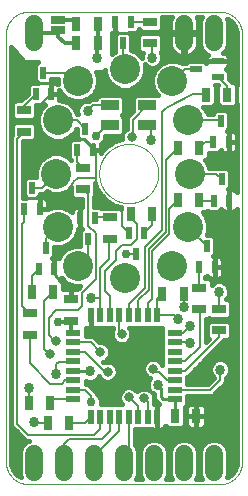
<source format=gtl>
G75*
%MOIN*%
%OFA0B0*%
%FSLAX25Y25*%
%IPPOS*%
%LPD*%
%AMOC8*
5,1,8,0,0,1.08239X$1,22.5*
%
%ADD10C,0.00000*%
%ADD11R,0.05000X0.02200*%
%ADD12R,0.02200X0.05000*%
%ADD13C,0.06000*%
%ADD14R,0.01969X0.03937*%
%ADD15R,0.04724X0.03150*%
%ADD16R,0.03150X0.04724*%
%ADD17R,0.03937X0.01969*%
%ADD18R,0.05906X0.03543*%
%ADD19C,0.10000*%
%ADD20R,0.05000X0.02500*%
%ADD21C,0.01200*%
%ADD22C,0.03369*%
%ADD23C,0.01600*%
%ADD24C,0.01000*%
%ADD25C,0.00800*%
%ADD26C,0.00600*%
%ADD27C,0.02975*%
%ADD28C,0.03172*%
D10*
X0001800Y0009513D02*
X0001800Y0151994D01*
X0001802Y0152175D01*
X0001809Y0152356D01*
X0001820Y0152537D01*
X0001835Y0152718D01*
X0001855Y0152898D01*
X0001879Y0153078D01*
X0001907Y0153257D01*
X0001940Y0153435D01*
X0001977Y0153612D01*
X0002018Y0153789D01*
X0002063Y0153964D01*
X0002113Y0154139D01*
X0002167Y0154312D01*
X0002225Y0154483D01*
X0002287Y0154654D01*
X0002354Y0154822D01*
X0002424Y0154989D01*
X0002498Y0155155D01*
X0002577Y0155318D01*
X0002659Y0155479D01*
X0002745Y0155639D01*
X0002835Y0155796D01*
X0002929Y0155951D01*
X0003026Y0156104D01*
X0003128Y0156254D01*
X0003232Y0156402D01*
X0003341Y0156548D01*
X0003452Y0156690D01*
X0003568Y0156830D01*
X0003686Y0156967D01*
X0003808Y0157102D01*
X0003933Y0157233D01*
X0004061Y0157361D01*
X0004192Y0157486D01*
X0004327Y0157608D01*
X0004464Y0157726D01*
X0004604Y0157842D01*
X0004746Y0157953D01*
X0004892Y0158062D01*
X0005040Y0158166D01*
X0005190Y0158268D01*
X0005343Y0158365D01*
X0005498Y0158459D01*
X0005655Y0158549D01*
X0005815Y0158635D01*
X0005976Y0158717D01*
X0006139Y0158796D01*
X0006305Y0158870D01*
X0006472Y0158940D01*
X0006640Y0159007D01*
X0006811Y0159069D01*
X0006982Y0159127D01*
X0007155Y0159181D01*
X0007330Y0159231D01*
X0007505Y0159276D01*
X0007682Y0159317D01*
X0007859Y0159354D01*
X0008037Y0159387D01*
X0008216Y0159415D01*
X0008396Y0159439D01*
X0008576Y0159459D01*
X0008757Y0159474D01*
X0008938Y0159485D01*
X0009119Y0159492D01*
X0009300Y0159494D01*
X0073040Y0159494D01*
X0073221Y0159492D01*
X0073402Y0159485D01*
X0073583Y0159474D01*
X0073764Y0159459D01*
X0073944Y0159439D01*
X0074124Y0159415D01*
X0074303Y0159387D01*
X0074481Y0159354D01*
X0074658Y0159317D01*
X0074835Y0159276D01*
X0075010Y0159231D01*
X0075185Y0159181D01*
X0075358Y0159127D01*
X0075529Y0159069D01*
X0075700Y0159007D01*
X0075868Y0158940D01*
X0076035Y0158870D01*
X0076201Y0158796D01*
X0076364Y0158717D01*
X0076525Y0158635D01*
X0076685Y0158549D01*
X0076842Y0158459D01*
X0076997Y0158365D01*
X0077150Y0158268D01*
X0077300Y0158166D01*
X0077448Y0158062D01*
X0077594Y0157953D01*
X0077736Y0157842D01*
X0077876Y0157726D01*
X0078013Y0157608D01*
X0078148Y0157486D01*
X0078279Y0157361D01*
X0078407Y0157233D01*
X0078532Y0157102D01*
X0078654Y0156967D01*
X0078772Y0156830D01*
X0078888Y0156690D01*
X0078999Y0156548D01*
X0079108Y0156402D01*
X0079212Y0156254D01*
X0079314Y0156104D01*
X0079411Y0155951D01*
X0079505Y0155796D01*
X0079595Y0155639D01*
X0079681Y0155479D01*
X0079763Y0155318D01*
X0079842Y0155155D01*
X0079916Y0154989D01*
X0079986Y0154822D01*
X0080053Y0154654D01*
X0080115Y0154483D01*
X0080173Y0154312D01*
X0080227Y0154139D01*
X0080277Y0153964D01*
X0080322Y0153789D01*
X0080363Y0153612D01*
X0080400Y0153435D01*
X0080433Y0153257D01*
X0080461Y0153078D01*
X0080485Y0152898D01*
X0080505Y0152718D01*
X0080520Y0152537D01*
X0080531Y0152356D01*
X0080538Y0152175D01*
X0080540Y0151994D01*
X0080540Y0009513D01*
X0080538Y0009332D01*
X0080531Y0009151D01*
X0080520Y0008970D01*
X0080505Y0008789D01*
X0080485Y0008609D01*
X0080461Y0008429D01*
X0080433Y0008250D01*
X0080400Y0008072D01*
X0080363Y0007895D01*
X0080322Y0007718D01*
X0080277Y0007543D01*
X0080227Y0007368D01*
X0080173Y0007195D01*
X0080115Y0007024D01*
X0080053Y0006853D01*
X0079986Y0006685D01*
X0079916Y0006518D01*
X0079842Y0006352D01*
X0079763Y0006189D01*
X0079681Y0006028D01*
X0079595Y0005868D01*
X0079505Y0005711D01*
X0079411Y0005556D01*
X0079314Y0005403D01*
X0079212Y0005253D01*
X0079108Y0005105D01*
X0078999Y0004959D01*
X0078888Y0004817D01*
X0078772Y0004677D01*
X0078654Y0004540D01*
X0078532Y0004405D01*
X0078407Y0004274D01*
X0078279Y0004146D01*
X0078148Y0004021D01*
X0078013Y0003899D01*
X0077876Y0003781D01*
X0077736Y0003665D01*
X0077594Y0003554D01*
X0077448Y0003445D01*
X0077300Y0003341D01*
X0077150Y0003239D01*
X0076997Y0003142D01*
X0076842Y0003048D01*
X0076685Y0002958D01*
X0076525Y0002872D01*
X0076364Y0002790D01*
X0076201Y0002711D01*
X0076035Y0002637D01*
X0075868Y0002567D01*
X0075700Y0002500D01*
X0075529Y0002438D01*
X0075358Y0002380D01*
X0075185Y0002326D01*
X0075010Y0002276D01*
X0074835Y0002231D01*
X0074658Y0002190D01*
X0074481Y0002153D01*
X0074303Y0002120D01*
X0074124Y0002092D01*
X0073944Y0002068D01*
X0073764Y0002048D01*
X0073583Y0002033D01*
X0073402Y0002022D01*
X0073221Y0002015D01*
X0073040Y0002013D01*
X0009300Y0002013D01*
X0009119Y0002015D01*
X0008938Y0002022D01*
X0008757Y0002033D01*
X0008576Y0002048D01*
X0008396Y0002068D01*
X0008216Y0002092D01*
X0008037Y0002120D01*
X0007859Y0002153D01*
X0007682Y0002190D01*
X0007505Y0002231D01*
X0007330Y0002276D01*
X0007155Y0002326D01*
X0006982Y0002380D01*
X0006811Y0002438D01*
X0006640Y0002500D01*
X0006472Y0002567D01*
X0006305Y0002637D01*
X0006139Y0002711D01*
X0005976Y0002790D01*
X0005815Y0002872D01*
X0005655Y0002958D01*
X0005498Y0003048D01*
X0005343Y0003142D01*
X0005190Y0003239D01*
X0005040Y0003341D01*
X0004892Y0003445D01*
X0004746Y0003554D01*
X0004604Y0003665D01*
X0004464Y0003781D01*
X0004327Y0003899D01*
X0004192Y0004021D01*
X0004061Y0004146D01*
X0003933Y0004274D01*
X0003808Y0004405D01*
X0003686Y0004540D01*
X0003568Y0004677D01*
X0003452Y0004817D01*
X0003341Y0004959D01*
X0003232Y0005105D01*
X0003128Y0005253D01*
X0003026Y0005403D01*
X0002929Y0005556D01*
X0002835Y0005711D01*
X0002745Y0005868D01*
X0002659Y0006028D01*
X0002577Y0006189D01*
X0002498Y0006352D01*
X0002424Y0006518D01*
X0002354Y0006685D01*
X0002287Y0006853D01*
X0002225Y0007024D01*
X0002167Y0007195D01*
X0002113Y0007368D01*
X0002063Y0007543D01*
X0002018Y0007718D01*
X0001977Y0007895D01*
X0001940Y0008072D01*
X0001907Y0008250D01*
X0001879Y0008429D01*
X0001855Y0008609D01*
X0001835Y0008789D01*
X0001820Y0008970D01*
X0001809Y0009151D01*
X0001802Y0009332D01*
X0001800Y0009513D01*
X0032902Y0105557D02*
X0032905Y0105799D01*
X0032914Y0106040D01*
X0032929Y0106281D01*
X0032949Y0106522D01*
X0032976Y0106762D01*
X0033009Y0107001D01*
X0033047Y0107240D01*
X0033091Y0107477D01*
X0033141Y0107714D01*
X0033197Y0107949D01*
X0033259Y0108182D01*
X0033326Y0108414D01*
X0033399Y0108645D01*
X0033477Y0108873D01*
X0033562Y0109099D01*
X0033651Y0109324D01*
X0033746Y0109546D01*
X0033847Y0109765D01*
X0033953Y0109983D01*
X0034064Y0110197D01*
X0034181Y0110409D01*
X0034302Y0110617D01*
X0034429Y0110823D01*
X0034561Y0111025D01*
X0034698Y0111225D01*
X0034839Y0111420D01*
X0034985Y0111613D01*
X0035136Y0111801D01*
X0035292Y0111986D01*
X0035452Y0112167D01*
X0035616Y0112344D01*
X0035785Y0112517D01*
X0035958Y0112686D01*
X0036135Y0112850D01*
X0036316Y0113010D01*
X0036501Y0113166D01*
X0036689Y0113317D01*
X0036882Y0113463D01*
X0037077Y0113604D01*
X0037277Y0113741D01*
X0037479Y0113873D01*
X0037685Y0114000D01*
X0037893Y0114121D01*
X0038105Y0114238D01*
X0038319Y0114349D01*
X0038537Y0114455D01*
X0038756Y0114556D01*
X0038978Y0114651D01*
X0039203Y0114740D01*
X0039429Y0114825D01*
X0039657Y0114903D01*
X0039888Y0114976D01*
X0040120Y0115043D01*
X0040353Y0115105D01*
X0040588Y0115161D01*
X0040825Y0115211D01*
X0041062Y0115255D01*
X0041301Y0115293D01*
X0041540Y0115326D01*
X0041780Y0115353D01*
X0042021Y0115373D01*
X0042262Y0115388D01*
X0042503Y0115397D01*
X0042745Y0115400D01*
X0042987Y0115397D01*
X0043228Y0115388D01*
X0043469Y0115373D01*
X0043710Y0115353D01*
X0043950Y0115326D01*
X0044189Y0115293D01*
X0044428Y0115255D01*
X0044665Y0115211D01*
X0044902Y0115161D01*
X0045137Y0115105D01*
X0045370Y0115043D01*
X0045602Y0114976D01*
X0045833Y0114903D01*
X0046061Y0114825D01*
X0046287Y0114740D01*
X0046512Y0114651D01*
X0046734Y0114556D01*
X0046953Y0114455D01*
X0047171Y0114349D01*
X0047385Y0114238D01*
X0047597Y0114121D01*
X0047805Y0114000D01*
X0048011Y0113873D01*
X0048213Y0113741D01*
X0048413Y0113604D01*
X0048608Y0113463D01*
X0048801Y0113317D01*
X0048989Y0113166D01*
X0049174Y0113010D01*
X0049355Y0112850D01*
X0049532Y0112686D01*
X0049705Y0112517D01*
X0049874Y0112344D01*
X0050038Y0112167D01*
X0050198Y0111986D01*
X0050354Y0111801D01*
X0050505Y0111613D01*
X0050651Y0111420D01*
X0050792Y0111225D01*
X0050929Y0111025D01*
X0051061Y0110823D01*
X0051188Y0110617D01*
X0051309Y0110409D01*
X0051426Y0110197D01*
X0051537Y0109983D01*
X0051643Y0109765D01*
X0051744Y0109546D01*
X0051839Y0109324D01*
X0051928Y0109099D01*
X0052013Y0108873D01*
X0052091Y0108645D01*
X0052164Y0108414D01*
X0052231Y0108182D01*
X0052293Y0107949D01*
X0052349Y0107714D01*
X0052399Y0107477D01*
X0052443Y0107240D01*
X0052481Y0107001D01*
X0052514Y0106762D01*
X0052541Y0106522D01*
X0052561Y0106281D01*
X0052576Y0106040D01*
X0052585Y0105799D01*
X0052588Y0105557D01*
X0052585Y0105315D01*
X0052576Y0105074D01*
X0052561Y0104833D01*
X0052541Y0104592D01*
X0052514Y0104352D01*
X0052481Y0104113D01*
X0052443Y0103874D01*
X0052399Y0103637D01*
X0052349Y0103400D01*
X0052293Y0103165D01*
X0052231Y0102932D01*
X0052164Y0102700D01*
X0052091Y0102469D01*
X0052013Y0102241D01*
X0051928Y0102015D01*
X0051839Y0101790D01*
X0051744Y0101568D01*
X0051643Y0101349D01*
X0051537Y0101131D01*
X0051426Y0100917D01*
X0051309Y0100705D01*
X0051188Y0100497D01*
X0051061Y0100291D01*
X0050929Y0100089D01*
X0050792Y0099889D01*
X0050651Y0099694D01*
X0050505Y0099501D01*
X0050354Y0099313D01*
X0050198Y0099128D01*
X0050038Y0098947D01*
X0049874Y0098770D01*
X0049705Y0098597D01*
X0049532Y0098428D01*
X0049355Y0098264D01*
X0049174Y0098104D01*
X0048989Y0097948D01*
X0048801Y0097797D01*
X0048608Y0097651D01*
X0048413Y0097510D01*
X0048213Y0097373D01*
X0048011Y0097241D01*
X0047805Y0097114D01*
X0047597Y0096993D01*
X0047385Y0096876D01*
X0047171Y0096765D01*
X0046953Y0096659D01*
X0046734Y0096558D01*
X0046512Y0096463D01*
X0046287Y0096374D01*
X0046061Y0096289D01*
X0045833Y0096211D01*
X0045602Y0096138D01*
X0045370Y0096071D01*
X0045137Y0096009D01*
X0044902Y0095953D01*
X0044665Y0095903D01*
X0044428Y0095859D01*
X0044189Y0095821D01*
X0043950Y0095788D01*
X0043710Y0095761D01*
X0043469Y0095741D01*
X0043228Y0095726D01*
X0042987Y0095717D01*
X0042745Y0095714D01*
X0042503Y0095717D01*
X0042262Y0095726D01*
X0042021Y0095741D01*
X0041780Y0095761D01*
X0041540Y0095788D01*
X0041301Y0095821D01*
X0041062Y0095859D01*
X0040825Y0095903D01*
X0040588Y0095953D01*
X0040353Y0096009D01*
X0040120Y0096071D01*
X0039888Y0096138D01*
X0039657Y0096211D01*
X0039429Y0096289D01*
X0039203Y0096374D01*
X0038978Y0096463D01*
X0038756Y0096558D01*
X0038537Y0096659D01*
X0038319Y0096765D01*
X0038105Y0096876D01*
X0037893Y0096993D01*
X0037685Y0097114D01*
X0037479Y0097241D01*
X0037277Y0097373D01*
X0037077Y0097510D01*
X0036882Y0097651D01*
X0036689Y0097797D01*
X0036501Y0097948D01*
X0036316Y0098104D01*
X0036135Y0098264D01*
X0035958Y0098428D01*
X0035785Y0098597D01*
X0035616Y0098770D01*
X0035452Y0098947D01*
X0035292Y0099128D01*
X0035136Y0099313D01*
X0034985Y0099501D01*
X0034839Y0099694D01*
X0034698Y0099889D01*
X0034561Y0100089D01*
X0034429Y0100291D01*
X0034302Y0100497D01*
X0034181Y0100705D01*
X0034064Y0100917D01*
X0033953Y0101131D01*
X0033847Y0101349D01*
X0033746Y0101568D01*
X0033651Y0101790D01*
X0033562Y0102015D01*
X0033477Y0102241D01*
X0033399Y0102469D01*
X0033326Y0102700D01*
X0033259Y0102932D01*
X0033197Y0103165D01*
X0033141Y0103400D01*
X0033091Y0103637D01*
X0033047Y0103874D01*
X0033009Y0104113D01*
X0032976Y0104352D01*
X0032949Y0104592D01*
X0032929Y0104833D01*
X0032914Y0105074D01*
X0032905Y0105315D01*
X0032902Y0105557D01*
D11*
X0024270Y0052407D03*
X0024270Y0049257D03*
X0024270Y0046108D03*
X0024270Y0042958D03*
X0024270Y0039809D03*
X0024270Y0036659D03*
X0024270Y0033509D03*
X0024270Y0030360D03*
X0058070Y0030360D03*
X0058070Y0033509D03*
X0058070Y0036659D03*
X0058070Y0039809D03*
X0058070Y0042958D03*
X0058070Y0046108D03*
X0058070Y0049257D03*
X0058070Y0052407D03*
D12*
X0052194Y0058283D03*
X0049044Y0058283D03*
X0045894Y0058283D03*
X0042745Y0058283D03*
X0039595Y0058283D03*
X0036446Y0058283D03*
X0033296Y0058283D03*
X0030146Y0058283D03*
X0030146Y0024483D03*
X0033296Y0024483D03*
X0036446Y0024483D03*
X0039595Y0024483D03*
X0042745Y0024483D03*
X0045894Y0024483D03*
X0049044Y0024483D03*
X0052194Y0024483D03*
D13*
X0051170Y0012100D02*
X0051170Y0006100D01*
X0041170Y0006100D02*
X0041170Y0012100D01*
X0031170Y0012100D02*
X0031170Y0006100D01*
X0021170Y0006100D02*
X0021170Y0012100D01*
X0011170Y0012100D02*
X0011170Y0006100D01*
X0061170Y0006100D02*
X0061170Y0012100D01*
X0071170Y0012100D02*
X0071170Y0006100D01*
X0071170Y0149407D02*
X0071170Y0155407D01*
X0061170Y0155407D02*
X0061170Y0149407D01*
X0011170Y0149407D02*
X0011170Y0155407D01*
D14*
X0014300Y0139057D03*
X0011741Y0131970D03*
X0016859Y0131970D03*
X0025556Y0113470D03*
X0028115Y0120557D03*
X0030674Y0113470D03*
X0031643Y0090754D03*
X0029083Y0083667D03*
X0026524Y0090754D03*
X0017833Y0073653D03*
X0015274Y0080739D03*
X0012715Y0073653D03*
X0013086Y0093813D03*
X0010527Y0100899D03*
X0007968Y0093813D03*
X0038241Y0156057D03*
X0040800Y0148970D03*
X0043359Y0156057D03*
X0070914Y0116072D03*
X0073473Y0123159D03*
X0076032Y0116072D03*
X0073666Y0103639D03*
X0071107Y0096553D03*
X0076225Y0096553D03*
X0068824Y0081360D03*
X0071383Y0074273D03*
X0066265Y0074273D03*
X0047859Y0085757D03*
X0045300Y0078670D03*
X0042741Y0085757D03*
D15*
X0036517Y0083862D03*
X0036517Y0090949D03*
X0027558Y0100274D03*
X0027558Y0107361D03*
X0007922Y0119557D03*
X0007922Y0126643D03*
X0023500Y0063657D03*
X0023500Y0056570D03*
X0009774Y0058919D03*
X0009774Y0051832D03*
X0049918Y0149057D03*
X0049918Y0156143D03*
X0066292Y0067433D03*
X0066292Y0060346D03*
X0072800Y0060357D03*
X0072800Y0053270D03*
D16*
X0061043Y0065513D03*
X0053957Y0065513D03*
X0050543Y0092013D03*
X0043457Y0092013D03*
X0059060Y0096647D03*
X0066146Y0096647D03*
X0066206Y0114147D03*
X0059119Y0114147D03*
X0068501Y0131872D03*
X0075587Y0131872D03*
X0032343Y0149013D03*
X0032343Y0155513D03*
X0025257Y0155513D03*
X0025257Y0149013D03*
X0017440Y0066187D03*
X0010354Y0066187D03*
X0009457Y0029113D03*
X0015857Y0022513D03*
X0016543Y0029113D03*
X0022943Y0022513D03*
X0058157Y0024713D03*
X0065243Y0024713D03*
D17*
X0072343Y0137899D03*
X0072343Y0143017D03*
X0065257Y0140458D03*
D18*
X0048847Y0128285D03*
X0048847Y0121592D03*
X0036643Y0121592D03*
X0036643Y0128285D03*
D19*
X0041495Y0140271D03*
X0057243Y0136334D03*
X0062617Y0123273D03*
X0063117Y0105557D03*
X0062617Y0087840D03*
X0057243Y0074779D03*
X0041495Y0070842D03*
X0025747Y0074779D03*
X0019123Y0087840D03*
X0018623Y0105557D03*
X0019123Y0123273D03*
X0025747Y0136334D03*
D20*
X0019300Y0153413D03*
X0019300Y0156613D03*
D21*
X0024157Y0156613D01*
X0025257Y0155513D01*
X0025257Y0149013D02*
X0021400Y0149013D01*
X0019300Y0151113D01*
X0019300Y0153413D01*
X0018294Y0152407D01*
X0011170Y0152407D01*
X0032200Y0149013D02*
X0032200Y0144013D01*
X0032200Y0149013D02*
X0032343Y0149013D01*
X0032343Y0155513D01*
X0072343Y0143017D02*
X0078800Y0143017D01*
X0078800Y0116013D01*
X0076032Y0116013D01*
X0076032Y0116072D01*
X0023500Y0053177D02*
X0024270Y0052407D01*
X0023500Y0053177D02*
X0023500Y0056570D01*
X0023143Y0056213D01*
X0019000Y0056213D01*
D22*
X0018600Y0038713D03*
X0011000Y0022613D03*
X0009600Y0034013D03*
X0029800Y0039613D03*
X0030200Y0064013D03*
X0046600Y0052613D03*
X0052400Y0035213D03*
X0063200Y0049213D03*
X0063200Y0054613D03*
X0061000Y0061213D03*
X0059000Y0057213D03*
X0072800Y0066213D03*
X0073200Y0040213D03*
X0050000Y0116613D03*
X0050600Y0144213D03*
X0032200Y0144013D03*
X0029000Y0126413D03*
D23*
X0004132Y0006880D02*
X0005199Y0005412D01*
X0006667Y0004346D01*
X0006832Y0004292D01*
X0006470Y0005165D01*
X0006470Y0013035D01*
X0007186Y0014762D01*
X0008508Y0016084D01*
X0009543Y0016513D01*
X0008472Y0016513D01*
X0004772Y0020213D01*
X0003600Y0021385D01*
X0003600Y0118063D01*
X0003860Y0118323D01*
X0003860Y0121836D01*
X0004856Y0122831D01*
X0010988Y0122831D01*
X0011984Y0121836D01*
X0011984Y0117278D01*
X0010988Y0116282D01*
X0007600Y0116282D01*
X0007600Y0097481D01*
X0008588Y0097481D01*
X0007843Y0098227D01*
X0007843Y0103572D01*
X0008838Y0104568D01*
X0011923Y0104568D01*
X0011923Y0106889D01*
X0012943Y0109352D01*
X0014828Y0111237D01*
X0017290Y0112257D01*
X0019956Y0112257D01*
X0022418Y0111237D01*
X0023556Y0110099D01*
X0023556Y0110113D01*
X0022872Y0110797D01*
X0022872Y0116143D01*
X0023867Y0117139D01*
X0026176Y0117139D01*
X0025431Y0117884D01*
X0025431Y0120271D01*
X0025219Y0120483D01*
X0024803Y0119478D01*
X0022918Y0117593D01*
X0020456Y0116573D01*
X0017790Y0116573D01*
X0015328Y0117593D01*
X0013443Y0119478D01*
X0012423Y0121941D01*
X0012423Y0124606D01*
X0013443Y0127068D01*
X0014875Y0128500D01*
X0014770Y0128561D01*
X0014434Y0128896D01*
X0014284Y0129156D01*
X0013429Y0128302D01*
X0011984Y0128302D01*
X0011984Y0124364D01*
X0010988Y0123369D01*
X0004856Y0123369D01*
X0003860Y0124364D01*
X0003860Y0128922D01*
X0004856Y0129918D01*
X0006861Y0129918D01*
X0009057Y0132114D01*
X0009057Y0134643D01*
X0010053Y0135639D01*
X0012361Y0135639D01*
X0011616Y0136384D01*
X0011616Y0141729D01*
X0012500Y0142613D01*
X0009780Y0142613D01*
X0009744Y0142581D01*
X0008958Y0142613D01*
X0008172Y0142613D01*
X0008137Y0142648D01*
X0008089Y0142650D01*
X0007556Y0143229D01*
X0007000Y0143785D01*
X0007000Y0143833D01*
X0003500Y0147638D01*
X0003500Y0009513D01*
X0003571Y0008606D01*
X0004132Y0006880D01*
X0004184Y0006809D02*
X0006470Y0006809D01*
X0006470Y0008407D02*
X0003636Y0008407D01*
X0003500Y0010006D02*
X0006470Y0010006D01*
X0006470Y0011604D02*
X0003500Y0011604D01*
X0003500Y0013203D02*
X0006540Y0013203D01*
X0007225Y0014801D02*
X0003500Y0014801D01*
X0003500Y0016400D02*
X0009270Y0016400D01*
X0006986Y0017998D02*
X0003500Y0017998D01*
X0003500Y0019597D02*
X0005388Y0019597D01*
X0003789Y0021196D02*
X0003500Y0021196D01*
X0003500Y0022794D02*
X0003600Y0022794D01*
X0003600Y0024393D02*
X0003500Y0024393D01*
X0003500Y0025991D02*
X0003600Y0025991D01*
X0003600Y0027590D02*
X0003500Y0027590D01*
X0003500Y0029188D02*
X0003600Y0029188D01*
X0003600Y0030787D02*
X0003500Y0030787D01*
X0003500Y0032385D02*
X0003600Y0032385D01*
X0003600Y0033984D02*
X0003500Y0033984D01*
X0003500Y0035582D02*
X0003600Y0035582D01*
X0003600Y0037181D02*
X0003500Y0037181D01*
X0003500Y0038779D02*
X0003600Y0038779D01*
X0003600Y0040378D02*
X0003500Y0040378D01*
X0003500Y0041976D02*
X0003600Y0041976D01*
X0003600Y0043575D02*
X0003500Y0043575D01*
X0003500Y0045173D02*
X0003600Y0045173D01*
X0003600Y0046772D02*
X0003500Y0046772D01*
X0003500Y0048370D02*
X0003600Y0048370D01*
X0003600Y0049969D02*
X0003500Y0049969D01*
X0003500Y0051567D02*
X0003600Y0051567D01*
X0003600Y0053166D02*
X0003500Y0053166D01*
X0003500Y0054764D02*
X0003600Y0054764D01*
X0003600Y0056363D02*
X0003500Y0056363D01*
X0003500Y0057961D02*
X0003600Y0057961D01*
X0003600Y0059560D02*
X0003500Y0059560D01*
X0003500Y0061158D02*
X0003600Y0061158D01*
X0003600Y0062757D02*
X0003500Y0062757D01*
X0003500Y0064355D02*
X0003600Y0064355D01*
X0003600Y0065954D02*
X0003500Y0065954D01*
X0003500Y0067552D02*
X0003600Y0067552D01*
X0003600Y0069151D02*
X0003500Y0069151D01*
X0003500Y0070749D02*
X0003600Y0070749D01*
X0003600Y0072348D02*
X0003500Y0072348D01*
X0003500Y0073946D02*
X0003600Y0073946D01*
X0003600Y0075545D02*
X0003500Y0075545D01*
X0003500Y0077143D02*
X0003600Y0077143D01*
X0003600Y0078742D02*
X0003500Y0078742D01*
X0003500Y0080340D02*
X0003600Y0080340D01*
X0003600Y0081939D02*
X0003500Y0081939D01*
X0003500Y0083537D02*
X0003600Y0083537D01*
X0003600Y0085136D02*
X0003500Y0085136D01*
X0003500Y0086734D02*
X0003600Y0086734D01*
X0003600Y0088333D02*
X0003500Y0088333D01*
X0003500Y0089932D02*
X0003600Y0089932D01*
X0003600Y0091530D02*
X0003500Y0091530D01*
X0003500Y0093129D02*
X0003600Y0093129D01*
X0003600Y0094727D02*
X0003500Y0094727D01*
X0003500Y0096326D02*
X0003600Y0096326D01*
X0003600Y0097924D02*
X0003500Y0097924D01*
X0003500Y0099523D02*
X0003600Y0099523D01*
X0003600Y0101121D02*
X0003500Y0101121D01*
X0003500Y0102720D02*
X0003600Y0102720D01*
X0003600Y0104318D02*
X0003500Y0104318D01*
X0003500Y0105917D02*
X0003600Y0105917D01*
X0003600Y0107515D02*
X0003500Y0107515D01*
X0003500Y0109114D02*
X0003600Y0109114D01*
X0003600Y0110712D02*
X0003500Y0110712D01*
X0003500Y0112311D02*
X0003600Y0112311D01*
X0003600Y0113909D02*
X0003500Y0113909D01*
X0003500Y0115508D02*
X0003600Y0115508D01*
X0003600Y0117106D02*
X0003500Y0117106D01*
X0003500Y0118705D02*
X0003860Y0118705D01*
X0003860Y0120303D02*
X0003500Y0120303D01*
X0003500Y0121902D02*
X0003926Y0121902D01*
X0003500Y0123500D02*
X0004724Y0123500D01*
X0003860Y0125099D02*
X0003500Y0125099D01*
X0003500Y0126697D02*
X0003860Y0126697D01*
X0003860Y0128296D02*
X0003500Y0128296D01*
X0003500Y0129894D02*
X0004832Y0129894D01*
X0003500Y0131493D02*
X0008435Y0131493D01*
X0009057Y0133091D02*
X0003500Y0133091D01*
X0003500Y0134690D02*
X0009104Y0134690D01*
X0011711Y0136288D02*
X0003500Y0136288D01*
X0003500Y0137887D02*
X0011616Y0137887D01*
X0011616Y0139485D02*
X0003500Y0139485D01*
X0003500Y0141084D02*
X0011616Y0141084D01*
X0008059Y0142682D02*
X0003500Y0142682D01*
X0003500Y0144281D02*
X0006588Y0144281D01*
X0005118Y0145879D02*
X0003500Y0145879D01*
X0003500Y0147478D02*
X0003647Y0147478D01*
X0011984Y0128296D02*
X0014670Y0128296D01*
X0013289Y0126697D02*
X0011984Y0126697D01*
X0011984Y0125099D02*
X0012627Y0125099D01*
X0012423Y0123500D02*
X0011120Y0123500D01*
X0011918Y0121902D02*
X0012439Y0121902D01*
X0011984Y0120303D02*
X0013101Y0120303D01*
X0014216Y0118705D02*
X0011984Y0118705D01*
X0011813Y0117106D02*
X0016503Y0117106D01*
X0014303Y0110712D02*
X0007600Y0110712D01*
X0007600Y0109114D02*
X0012844Y0109114D01*
X0012182Y0107515D02*
X0007600Y0107515D01*
X0007600Y0105917D02*
X0011923Y0105917D01*
X0008589Y0104318D02*
X0007600Y0104318D01*
X0007600Y0102720D02*
X0007843Y0102720D01*
X0007843Y0101121D02*
X0007600Y0101121D01*
X0007600Y0099523D02*
X0007843Y0099523D01*
X0007600Y0097924D02*
X0008145Y0097924D01*
X0012566Y0097581D02*
X0013211Y0098227D01*
X0013211Y0098899D01*
X0014794Y0098899D01*
X0015495Y0099600D01*
X0017290Y0098857D01*
X0019956Y0098857D01*
X0022418Y0099877D01*
X0023496Y0100955D01*
X0023496Y0097995D01*
X0024492Y0096999D01*
X0027200Y0096999D01*
X0027200Y0094522D01*
X0026524Y0094522D01*
X0025303Y0094522D01*
X0024845Y0094399D01*
X0024435Y0094162D01*
X0024100Y0093827D01*
X0023863Y0093417D01*
X0023740Y0092959D01*
X0023740Y0092698D01*
X0022918Y0093520D01*
X0020456Y0094540D01*
X0017790Y0094540D01*
X0015870Y0093745D01*
X0015870Y0093813D01*
X0015870Y0096018D01*
X0015747Y0096476D01*
X0015510Y0096886D01*
X0015175Y0097221D01*
X0014765Y0097458D01*
X0014307Y0097581D01*
X0013086Y0097581D01*
X0013086Y0093813D01*
X0013086Y0093813D01*
X0015870Y0093813D01*
X0013086Y0093813D01*
X0013086Y0093813D01*
X0013086Y0097581D01*
X0012566Y0097581D01*
X0012909Y0097924D02*
X0023567Y0097924D01*
X0023496Y0099523D02*
X0021563Y0099523D01*
X0023310Y0093129D02*
X0023786Y0093129D01*
X0026524Y0093129D02*
X0026524Y0093129D01*
X0026524Y0094522D02*
X0026524Y0090754D01*
X0026524Y0090754D01*
X0026524Y0094522D01*
X0027200Y0094727D02*
X0015870Y0094727D01*
X0015788Y0096326D02*
X0027200Y0096326D01*
X0026524Y0091530D02*
X0026524Y0091530D01*
X0026524Y0090753D02*
X0026524Y0086985D01*
X0025823Y0086985D01*
X0025823Y0086507D01*
X0024803Y0084045D01*
X0022918Y0082160D01*
X0020456Y0081140D01*
X0017958Y0081140D01*
X0017958Y0078067D01*
X0017313Y0077421D01*
X0017833Y0077421D01*
X0017833Y0073653D01*
X0017833Y0073653D01*
X0017833Y0077421D01*
X0019054Y0077421D01*
X0019512Y0077299D01*
X0019533Y0077286D01*
X0020067Y0078574D01*
X0021952Y0080459D01*
X0024414Y0081479D01*
X0026399Y0081479D01*
X0026399Y0086340D01*
X0027045Y0086985D01*
X0026524Y0086985D01*
X0026524Y0090753D01*
X0026524Y0090753D01*
X0026524Y0089932D02*
X0026524Y0089932D01*
X0026524Y0088333D02*
X0026524Y0088333D01*
X0026794Y0086734D02*
X0025823Y0086734D01*
X0025255Y0085136D02*
X0026399Y0085136D01*
X0026399Y0083537D02*
X0024295Y0083537D01*
X0022384Y0081939D02*
X0026399Y0081939D01*
X0021833Y0080340D02*
X0017958Y0080340D01*
X0017958Y0078742D02*
X0020234Y0078742D01*
X0017833Y0077143D02*
X0017833Y0077143D01*
X0017833Y0075545D02*
X0017833Y0075545D01*
X0017833Y0073946D02*
X0017833Y0073946D01*
X0020336Y0070715D02*
X0021952Y0069099D01*
X0024414Y0068079D01*
X0026637Y0068079D01*
X0025590Y0067031D01*
X0023500Y0067031D01*
X0020901Y0067031D01*
X0020715Y0066982D01*
X0020715Y0069254D01*
X0019797Y0070172D01*
X0019923Y0070244D01*
X0020258Y0070579D01*
X0020336Y0070715D01*
X0020715Y0069151D02*
X0021900Y0069151D01*
X0020715Y0067552D02*
X0026111Y0067552D01*
X0023500Y0067031D02*
X0023500Y0063657D01*
X0023500Y0063657D01*
X0023500Y0067031D01*
X0023500Y0065954D02*
X0023500Y0065954D01*
X0023500Y0064355D02*
X0023500Y0064355D01*
X0028470Y0054074D02*
X0028809Y0053983D01*
X0030146Y0053983D01*
X0030146Y0058283D01*
X0030147Y0058283D01*
X0030147Y0053983D01*
X0031483Y0053983D01*
X0031857Y0054083D01*
X0037595Y0054083D01*
X0037595Y0053912D01*
X0037558Y0053875D01*
X0037057Y0052667D01*
X0037057Y0051360D01*
X0037558Y0050152D01*
X0038482Y0049228D01*
X0039690Y0048728D01*
X0040997Y0048728D01*
X0042205Y0049228D01*
X0043129Y0050152D01*
X0043629Y0051360D01*
X0043629Y0052667D01*
X0043129Y0053875D01*
X0042920Y0054083D01*
X0053870Y0054083D01*
X0053870Y0041644D01*
X0053586Y0042331D01*
X0052661Y0043256D01*
X0051454Y0043756D01*
X0050146Y0043756D01*
X0048939Y0043256D01*
X0048014Y0042331D01*
X0047514Y0041124D01*
X0047514Y0039816D01*
X0048014Y0038609D01*
X0048939Y0037684D01*
X0049749Y0037349D01*
X0049531Y0037130D01*
X0049016Y0035887D01*
X0049016Y0034540D01*
X0049453Y0033485D01*
X0048454Y0033899D01*
X0047146Y0033899D01*
X0045939Y0033399D01*
X0045500Y0032960D01*
X0044661Y0033799D01*
X0043454Y0034299D01*
X0042146Y0034299D01*
X0040939Y0033799D01*
X0040014Y0032875D01*
X0039514Y0031667D01*
X0039514Y0030360D01*
X0040014Y0029152D01*
X0040483Y0028683D01*
X0033363Y0028683D01*
X0033444Y0028879D01*
X0033444Y0030147D01*
X0032959Y0031319D01*
X0032300Y0031978D01*
X0032300Y0032342D01*
X0031128Y0033513D01*
X0029132Y0035509D01*
X0028470Y0035509D01*
X0028470Y0036501D01*
X0029127Y0036229D01*
X0030473Y0036229D01*
X0031717Y0036744D01*
X0032669Y0037696D01*
X0032811Y0038039D01*
X0032971Y0037652D01*
X0033895Y0036728D01*
X0035103Y0036228D01*
X0036410Y0036228D01*
X0037618Y0036728D01*
X0038542Y0037652D01*
X0039043Y0038860D01*
X0039043Y0040167D01*
X0038542Y0041375D01*
X0037618Y0042299D01*
X0036410Y0042799D01*
X0035103Y0042799D01*
X0034565Y0042576D01*
X0034267Y0042875D01*
X0035118Y0043228D01*
X0036042Y0044152D01*
X0036543Y0045360D01*
X0036543Y0046667D01*
X0036042Y0047875D01*
X0035118Y0048799D01*
X0033910Y0049299D01*
X0032799Y0049299D01*
X0030841Y0051257D01*
X0028470Y0051257D01*
X0028470Y0054074D01*
X0028470Y0053166D02*
X0037264Y0053166D01*
X0037057Y0051567D02*
X0028470Y0051567D01*
X0030146Y0054764D02*
X0030147Y0054764D01*
X0030146Y0056363D02*
X0030147Y0056363D01*
X0030146Y0057961D02*
X0030147Y0057961D01*
X0032130Y0049969D02*
X0037741Y0049969D01*
X0035547Y0048370D02*
X0053870Y0048370D01*
X0053870Y0046772D02*
X0036499Y0046772D01*
X0036465Y0045173D02*
X0053870Y0045173D01*
X0053870Y0043575D02*
X0051891Y0043575D01*
X0053733Y0041976D02*
X0053870Y0041976D01*
X0049709Y0043575D02*
X0035465Y0043575D01*
X0037941Y0041976D02*
X0047867Y0041976D01*
X0047514Y0040378D02*
X0038955Y0040378D01*
X0039009Y0038779D02*
X0047944Y0038779D01*
X0049016Y0035582D02*
X0028470Y0035582D01*
X0030658Y0033984D02*
X0041384Y0033984D01*
X0039812Y0032385D02*
X0032257Y0032385D01*
X0033179Y0030787D02*
X0039514Y0030787D01*
X0039999Y0029188D02*
X0033444Y0029188D01*
X0033443Y0037181D02*
X0032153Y0037181D01*
X0038071Y0037181D02*
X0049581Y0037181D01*
X0049246Y0033984D02*
X0044216Y0033984D01*
X0050672Y0032266D02*
X0051200Y0032047D01*
X0051200Y0030302D01*
X0052489Y0029013D01*
X0052719Y0028783D01*
X0052194Y0028783D01*
X0052194Y0024484D01*
X0052194Y0024484D01*
X0052194Y0028783D01*
X0051044Y0028783D01*
X0051044Y0029859D01*
X0051086Y0029960D01*
X0051086Y0031267D01*
X0050672Y0032266D01*
X0051086Y0030787D02*
X0051200Y0030787D01*
X0051044Y0029188D02*
X0052314Y0029188D01*
X0052194Y0027590D02*
X0052194Y0027590D01*
X0052194Y0025991D02*
X0052194Y0025991D01*
X0052194Y0024483D02*
X0052194Y0020183D01*
X0053531Y0020183D01*
X0053988Y0020306D01*
X0054399Y0020543D01*
X0054734Y0020878D01*
X0054971Y0021289D01*
X0055028Y0021501D01*
X0055878Y0020651D01*
X0060436Y0020651D01*
X0061431Y0021647D01*
X0061431Y0027717D01*
X0062270Y0028556D01*
X0062270Y0031509D01*
X0070724Y0031509D01*
X0071896Y0032681D01*
X0074028Y0034813D01*
X0075200Y0035985D01*
X0075200Y0037427D01*
X0076069Y0038296D01*
X0076584Y0039540D01*
X0076584Y0040887D01*
X0076069Y0042130D01*
X0075117Y0043082D01*
X0073873Y0043598D01*
X0072527Y0043598D01*
X0071283Y0043082D01*
X0070331Y0042130D01*
X0069816Y0040887D01*
X0069816Y0039540D01*
X0070331Y0038296D01*
X0071093Y0037535D01*
X0069068Y0035509D01*
X0062270Y0035509D01*
X0062270Y0037809D01*
X0062424Y0037809D01*
X0073628Y0049013D01*
X0074610Y0049995D01*
X0075866Y0049995D01*
X0076862Y0050991D01*
X0076862Y0055549D01*
X0075866Y0056545D01*
X0069734Y0056545D01*
X0068738Y0055549D01*
X0068738Y0050991D01*
X0069344Y0050385D01*
X0068400Y0049442D01*
X0068400Y0057072D01*
X0069358Y0057072D01*
X0069551Y0057264D01*
X0069734Y0057082D01*
X0075866Y0057082D01*
X0076862Y0058078D01*
X0076862Y0062636D01*
X0075866Y0063631D01*
X0075004Y0063631D01*
X0075669Y0064296D01*
X0076184Y0065540D01*
X0076184Y0066887D01*
X0075669Y0068130D01*
X0074717Y0069082D01*
X0073473Y0069598D01*
X0072127Y0069598D01*
X0070883Y0069082D01*
X0070354Y0068554D01*
X0070354Y0069712D01*
X0069358Y0070708D01*
X0068292Y0070708D01*
X0068292Y0070944D01*
X0068808Y0071460D01*
X0068958Y0071199D01*
X0069293Y0070864D01*
X0069704Y0070627D01*
X0070161Y0070505D01*
X0071383Y0070505D01*
X0072604Y0070505D01*
X0073062Y0070627D01*
X0073472Y0070864D01*
X0073807Y0071199D01*
X0074044Y0071610D01*
X0074167Y0072068D01*
X0074167Y0074273D01*
X0071383Y0074273D01*
X0071383Y0074273D01*
X0071383Y0070505D01*
X0071383Y0074273D01*
X0071383Y0074273D01*
X0074167Y0074273D01*
X0074167Y0076479D01*
X0074044Y0076937D01*
X0073807Y0077347D01*
X0073472Y0077682D01*
X0073062Y0077919D01*
X0072604Y0078042D01*
X0071383Y0078042D01*
X0071383Y0074273D01*
X0071383Y0074273D01*
X0071383Y0078042D01*
X0070862Y0078042D01*
X0071508Y0078687D01*
X0071508Y0084033D01*
X0070512Y0085028D01*
X0068704Y0085028D01*
X0069317Y0086507D01*
X0069317Y0089173D01*
X0068297Y0091635D01*
X0067347Y0092585D01*
X0068425Y0092585D01*
X0069072Y0093231D01*
X0069419Y0092884D01*
X0072795Y0092884D01*
X0073650Y0093739D01*
X0073801Y0093479D01*
X0074136Y0093144D01*
X0074546Y0092907D01*
X0075004Y0092784D01*
X0076225Y0092784D01*
X0076225Y0096553D01*
X0076225Y0100321D01*
X0075705Y0100321D01*
X0076350Y0100967D01*
X0076350Y0106312D01*
X0075355Y0107308D01*
X0072826Y0107308D01*
X0072577Y0107557D01*
X0069541Y0107557D01*
X0068797Y0109352D01*
X0068064Y0110085D01*
X0068484Y0110085D01*
X0069480Y0111081D01*
X0069480Y0112404D01*
X0072603Y0112404D01*
X0073457Y0113259D01*
X0073608Y0112999D01*
X0073943Y0112664D01*
X0074353Y0112427D01*
X0074811Y0112304D01*
X0076032Y0112304D01*
X0076032Y0116072D01*
X0076032Y0116072D01*
X0076032Y0112304D01*
X0077254Y0112304D01*
X0077711Y0112427D01*
X0078122Y0112664D01*
X0078457Y0112999D01*
X0078694Y0113409D01*
X0078817Y0113867D01*
X0078817Y0116072D01*
X0076032Y0116072D01*
X0076032Y0116072D01*
X0076032Y0116073D02*
X0076032Y0119841D01*
X0075512Y0119841D01*
X0076157Y0120486D01*
X0076157Y0125832D01*
X0075162Y0126828D01*
X0071785Y0126828D01*
X0070789Y0125832D01*
X0070789Y0125273D01*
X0069041Y0125273D01*
X0068297Y0127068D01*
X0067556Y0127809D01*
X0070780Y0127809D01*
X0071776Y0128805D01*
X0071776Y0134938D01*
X0071499Y0135215D01*
X0072199Y0135215D01*
X0072394Y0135020D01*
X0072313Y0134938D01*
X0072313Y0128805D01*
X0073308Y0127809D01*
X0077866Y0127809D01*
X0078840Y0128783D01*
X0078840Y0099297D01*
X0078650Y0099626D01*
X0078315Y0099962D01*
X0077904Y0100199D01*
X0077446Y0100321D01*
X0076225Y0100321D01*
X0076225Y0096553D01*
X0076225Y0096553D01*
X0076225Y0096553D01*
X0076225Y0092784D01*
X0077446Y0092784D01*
X0077904Y0092907D01*
X0078315Y0093144D01*
X0078650Y0093479D01*
X0078840Y0093809D01*
X0078840Y0009513D01*
X0078769Y0008606D01*
X0078208Y0006880D01*
X0077141Y0005412D01*
X0075673Y0004346D01*
X0075508Y0004292D01*
X0075870Y0005165D01*
X0075870Y0013035D01*
X0075155Y0014762D01*
X0073832Y0016084D01*
X0072105Y0016800D01*
X0070235Y0016800D01*
X0068508Y0016084D01*
X0067186Y0014762D01*
X0066470Y0013035D01*
X0066470Y0005165D01*
X0067071Y0003713D01*
X0065269Y0003713D01*
X0065870Y0005165D01*
X0065870Y0013035D01*
X0065155Y0014762D01*
X0063832Y0016084D01*
X0062105Y0016800D01*
X0060235Y0016800D01*
X0058508Y0016084D01*
X0057186Y0014762D01*
X0056470Y0013035D01*
X0056470Y0005165D01*
X0057071Y0003713D01*
X0055269Y0003713D01*
X0055870Y0005165D01*
X0055870Y0013035D01*
X0055155Y0014762D01*
X0053832Y0016084D01*
X0052105Y0016800D01*
X0050235Y0016800D01*
X0048508Y0016084D01*
X0047186Y0014762D01*
X0046470Y0013035D01*
X0046470Y0005165D01*
X0047071Y0003713D01*
X0045269Y0003713D01*
X0045870Y0005165D01*
X0045870Y0013035D01*
X0045155Y0014762D01*
X0044845Y0015072D01*
X0044845Y0020283D01*
X0050484Y0020283D01*
X0050857Y0020183D01*
X0052194Y0020183D01*
X0052194Y0024483D01*
X0052194Y0024483D01*
X0052194Y0024393D02*
X0052194Y0024393D01*
X0052194Y0022794D02*
X0052194Y0022794D01*
X0052194Y0021196D02*
X0052194Y0021196D01*
X0054917Y0021196D02*
X0055333Y0021196D01*
X0053071Y0016400D02*
X0059269Y0016400D01*
X0057225Y0014801D02*
X0055115Y0014801D01*
X0055800Y0013203D02*
X0056540Y0013203D01*
X0056470Y0011604D02*
X0055870Y0011604D01*
X0055870Y0010006D02*
X0056470Y0010006D01*
X0056470Y0008407D02*
X0055870Y0008407D01*
X0055870Y0006809D02*
X0056470Y0006809D01*
X0056470Y0005210D02*
X0055870Y0005210D01*
X0049269Y0016400D02*
X0044845Y0016400D01*
X0044845Y0017998D02*
X0078840Y0017998D01*
X0078840Y0016400D02*
X0073071Y0016400D01*
X0075115Y0014801D02*
X0078840Y0014801D01*
X0078840Y0013203D02*
X0075800Y0013203D01*
X0075870Y0011604D02*
X0078840Y0011604D01*
X0078840Y0010006D02*
X0075870Y0010006D01*
X0075870Y0008407D02*
X0078704Y0008407D01*
X0078156Y0006809D02*
X0075870Y0006809D01*
X0075870Y0005210D02*
X0076864Y0005210D01*
X0069269Y0016400D02*
X0063071Y0016400D01*
X0063432Y0020551D02*
X0062974Y0020674D01*
X0062563Y0020911D01*
X0062228Y0021246D01*
X0061991Y0021656D01*
X0061869Y0022114D01*
X0061869Y0024713D01*
X0065243Y0024713D01*
X0065243Y0024713D01*
X0065243Y0020551D01*
X0063432Y0020551D01*
X0062279Y0021196D02*
X0060980Y0021196D01*
X0061431Y0022794D02*
X0061869Y0022794D01*
X0061869Y0024393D02*
X0061431Y0024393D01*
X0061868Y0024713D02*
X0061869Y0027313D01*
X0061991Y0027770D01*
X0062228Y0028181D01*
X0062563Y0028516D01*
X0062974Y0028753D01*
X0063432Y0028876D01*
X0065243Y0028876D01*
X0065243Y0024714D01*
X0065243Y0024714D01*
X0065243Y0024713D02*
X0065243Y0024713D01*
X0065243Y0020551D01*
X0067055Y0020551D01*
X0067513Y0020674D01*
X0067923Y0020911D01*
X0068258Y0021246D01*
X0068495Y0021656D01*
X0068618Y0022114D01*
X0068618Y0024713D01*
X0065243Y0024713D01*
X0061868Y0024713D01*
X0061869Y0025991D02*
X0061431Y0025991D01*
X0061431Y0027590D02*
X0061943Y0027590D01*
X0062270Y0029188D02*
X0078840Y0029188D01*
X0078840Y0027590D02*
X0068544Y0027590D01*
X0068495Y0027770D02*
X0068258Y0028181D01*
X0067923Y0028516D01*
X0067513Y0028753D01*
X0067055Y0028876D01*
X0065243Y0028876D01*
X0065243Y0024714D01*
X0065243Y0024713D02*
X0068618Y0024713D01*
X0068618Y0027313D01*
X0068495Y0027770D01*
X0068618Y0025991D02*
X0078840Y0025991D01*
X0078840Y0024393D02*
X0068618Y0024393D01*
X0068618Y0022794D02*
X0078840Y0022794D01*
X0078840Y0021196D02*
X0068208Y0021196D01*
X0065243Y0021196D02*
X0065243Y0021196D01*
X0065243Y0022794D02*
X0065243Y0022794D01*
X0065243Y0024393D02*
X0065243Y0024393D01*
X0065243Y0024713D02*
X0065243Y0024713D01*
X0065243Y0025991D02*
X0065243Y0025991D01*
X0065243Y0027590D02*
X0065243Y0027590D01*
X0062270Y0030787D02*
X0078840Y0030787D01*
X0078840Y0032385D02*
X0071600Y0032385D01*
X0073199Y0033984D02*
X0078840Y0033984D01*
X0078840Y0035582D02*
X0074797Y0035582D01*
X0075200Y0037181D02*
X0078840Y0037181D01*
X0078840Y0038779D02*
X0076269Y0038779D01*
X0076584Y0040378D02*
X0078840Y0040378D01*
X0078840Y0041976D02*
X0076133Y0041976D01*
X0073929Y0043575D02*
X0078840Y0043575D01*
X0078840Y0045173D02*
X0069788Y0045173D01*
X0068190Y0043575D02*
X0072471Y0043575D01*
X0071387Y0046772D02*
X0078840Y0046772D01*
X0078840Y0048370D02*
X0072985Y0048370D01*
X0074584Y0049969D02*
X0078840Y0049969D01*
X0078840Y0051567D02*
X0076862Y0051567D01*
X0076862Y0053166D02*
X0078840Y0053166D01*
X0078840Y0054764D02*
X0076862Y0054764D01*
X0076048Y0056363D02*
X0078840Y0056363D01*
X0078840Y0057961D02*
X0076746Y0057961D01*
X0076862Y0059560D02*
X0078840Y0059560D01*
X0078840Y0061158D02*
X0076862Y0061158D01*
X0076741Y0062757D02*
X0078840Y0062757D01*
X0078840Y0064355D02*
X0075693Y0064355D01*
X0076184Y0065954D02*
X0078840Y0065954D01*
X0078840Y0067552D02*
X0075908Y0067552D01*
X0074552Y0069151D02*
X0078840Y0069151D01*
X0078840Y0070749D02*
X0073273Y0070749D01*
X0074167Y0072348D02*
X0078840Y0072348D01*
X0078840Y0073946D02*
X0074167Y0073946D01*
X0074167Y0075545D02*
X0078840Y0075545D01*
X0078840Y0077143D02*
X0073925Y0077143D01*
X0071383Y0077143D02*
X0071383Y0077143D01*
X0071383Y0075545D02*
X0071383Y0075545D01*
X0071383Y0073946D02*
X0071383Y0073946D01*
X0071383Y0072348D02*
X0071383Y0072348D01*
X0071383Y0070749D02*
X0071383Y0070749D01*
X0071048Y0069151D02*
X0070354Y0069151D01*
X0069492Y0070749D02*
X0068292Y0070749D01*
X0071508Y0078742D02*
X0078840Y0078742D01*
X0078840Y0080340D02*
X0071508Y0080340D01*
X0071508Y0081939D02*
X0078840Y0081939D01*
X0078840Y0083537D02*
X0071508Y0083537D01*
X0069317Y0086734D02*
X0078840Y0086734D01*
X0078840Y0085136D02*
X0068749Y0085136D01*
X0069317Y0088333D02*
X0078840Y0088333D01*
X0078840Y0089932D02*
X0069003Y0089932D01*
X0068341Y0091530D02*
X0078840Y0091530D01*
X0078840Y0093129D02*
X0078288Y0093129D01*
X0076225Y0093129D02*
X0076225Y0093129D01*
X0076225Y0094727D02*
X0076225Y0094727D01*
X0076225Y0096326D02*
X0076225Y0096326D01*
X0076225Y0097924D02*
X0076225Y0097924D01*
X0076225Y0099523D02*
X0076225Y0099523D01*
X0076350Y0101121D02*
X0078840Y0101121D01*
X0078840Y0099523D02*
X0078710Y0099523D01*
X0078840Y0102720D02*
X0076350Y0102720D01*
X0076350Y0104318D02*
X0078840Y0104318D01*
X0078840Y0105917D02*
X0076350Y0105917D01*
X0078840Y0107515D02*
X0072619Y0107515D01*
X0074786Y0112311D02*
X0069480Y0112311D01*
X0069112Y0110712D02*
X0078840Y0110712D01*
X0078840Y0109114D02*
X0068896Y0109114D01*
X0076032Y0112311D02*
X0076032Y0112311D01*
X0077279Y0112311D02*
X0078840Y0112311D01*
X0078817Y0113909D02*
X0078840Y0113909D01*
X0078817Y0115508D02*
X0078840Y0115508D01*
X0078817Y0116072D02*
X0078817Y0118278D01*
X0078694Y0118736D01*
X0078457Y0119146D01*
X0078122Y0119481D01*
X0077711Y0119718D01*
X0077254Y0119841D01*
X0076032Y0119841D01*
X0076032Y0116073D01*
X0076032Y0116073D01*
X0076032Y0116072D02*
X0078817Y0116072D01*
X0078817Y0117106D02*
X0078840Y0117106D01*
X0078840Y0118705D02*
X0078702Y0118705D01*
X0078840Y0120303D02*
X0075974Y0120303D01*
X0076032Y0118705D02*
X0076032Y0118705D01*
X0076032Y0117106D02*
X0076032Y0117106D01*
X0076032Y0115508D02*
X0076032Y0115508D01*
X0076032Y0113909D02*
X0076032Y0113909D01*
X0076157Y0121902D02*
X0078840Y0121902D01*
X0078840Y0123500D02*
X0076157Y0123500D01*
X0076157Y0125099D02*
X0078840Y0125099D01*
X0078840Y0126697D02*
X0075292Y0126697D01*
X0072822Y0128296D02*
X0071266Y0128296D01*
X0071655Y0126697D02*
X0068451Y0126697D01*
X0071776Y0129894D02*
X0072313Y0129894D01*
X0072313Y0131493D02*
X0071776Y0131493D01*
X0071776Y0133091D02*
X0072313Y0133091D01*
X0072313Y0134690D02*
X0071776Y0134690D01*
X0076012Y0139588D02*
X0075157Y0140443D01*
X0075417Y0140593D01*
X0075752Y0140928D01*
X0075989Y0141338D01*
X0076112Y0141796D01*
X0076112Y0143017D01*
X0072343Y0143017D01*
X0068575Y0143017D01*
X0068575Y0142497D01*
X0067929Y0143143D01*
X0062584Y0143143D01*
X0061900Y0142458D01*
X0060538Y0142458D01*
X0060371Y0142291D01*
X0058576Y0143034D01*
X0055910Y0143034D01*
X0053448Y0142014D01*
X0051563Y0140129D01*
X0050543Y0137667D01*
X0050543Y0135002D01*
X0051563Y0132539D01*
X0052345Y0131757D01*
X0045190Y0131757D01*
X0044194Y0130761D01*
X0044194Y0126436D01*
X0043172Y0125413D01*
X0042000Y0124242D01*
X0042000Y0120424D01*
X0041939Y0120399D01*
X0041295Y0119755D01*
X0041295Y0124068D01*
X0040425Y0124939D01*
X0041295Y0125809D01*
X0041295Y0130761D01*
X0040299Y0131757D01*
X0032986Y0131757D01*
X0031990Y0130761D01*
X0031990Y0130285D01*
X0030043Y0130285D01*
X0029556Y0129798D01*
X0028327Y0129798D01*
X0027083Y0129282D01*
X0026131Y0128330D01*
X0025616Y0127087D01*
X0025616Y0125740D01*
X0025768Y0125373D01*
X0025505Y0125373D01*
X0024803Y0127068D01*
X0022918Y0128953D01*
X0020456Y0129973D01*
X0019643Y0129973D01*
X0019643Y0131970D01*
X0016859Y0131970D01*
X0016859Y0131970D01*
X0016859Y0135739D01*
X0016339Y0135739D01*
X0016984Y0136384D01*
X0016984Y0136957D01*
X0019047Y0136957D01*
X0019047Y0135281D01*
X0018949Y0135379D01*
X0018538Y0135616D01*
X0018080Y0135739D01*
X0016859Y0135739D01*
X0016859Y0131970D01*
X0016859Y0131970D01*
X0019643Y0131970D01*
X0019643Y0133562D01*
X0020067Y0132539D01*
X0021952Y0130654D01*
X0024414Y0129634D01*
X0027080Y0129634D01*
X0029542Y0130654D01*
X0031427Y0132539D01*
X0032447Y0135002D01*
X0032447Y0137667D01*
X0031723Y0139413D01*
X0032698Y0139413D01*
X0032797Y0139334D01*
X0033511Y0139413D01*
X0034228Y0139413D01*
X0034318Y0139503D01*
X0034444Y0139517D01*
X0034795Y0139955D01*
X0034795Y0138939D01*
X0035815Y0136476D01*
X0037700Y0134591D01*
X0040162Y0133571D01*
X0042828Y0133571D01*
X0045290Y0134591D01*
X0047175Y0136476D01*
X0048195Y0138939D01*
X0048195Y0141604D01*
X0048033Y0141994D01*
X0048683Y0141344D01*
X0049927Y0140829D01*
X0051273Y0140829D01*
X0052517Y0141344D01*
X0053469Y0142296D01*
X0053984Y0143540D01*
X0053984Y0144887D01*
X0053469Y0146130D01*
X0053401Y0146198D01*
X0053980Y0146778D01*
X0053980Y0151336D01*
X0052984Y0152331D01*
X0046852Y0152331D01*
X0045856Y0151336D01*
X0045856Y0146778D01*
X0046852Y0145782D01*
X0047587Y0145782D01*
X0047216Y0144887D01*
X0047216Y0143968D01*
X0047175Y0144066D01*
X0045290Y0145951D01*
X0043484Y0146699D01*
X0043484Y0151643D01*
X0042739Y0152388D01*
X0045047Y0152388D01*
X0046043Y0153384D01*
X0046043Y0153677D01*
X0046852Y0152869D01*
X0052984Y0152869D01*
X0053980Y0153864D01*
X0053980Y0157794D01*
X0056999Y0157794D01*
X0056722Y0157250D01*
X0056488Y0156531D01*
X0056370Y0155785D01*
X0056370Y0152607D01*
X0060970Y0152607D01*
X0060970Y0152207D01*
X0061370Y0152207D01*
X0061370Y0144607D01*
X0061548Y0144607D01*
X0062294Y0144725D01*
X0063013Y0144959D01*
X0063686Y0145302D01*
X0064297Y0145746D01*
X0064831Y0146280D01*
X0065275Y0146891D01*
X0065618Y0147565D01*
X0065852Y0148283D01*
X0065970Y0149029D01*
X0065970Y0152207D01*
X0061370Y0152207D01*
X0061370Y0152607D01*
X0065970Y0152607D01*
X0065970Y0155785D01*
X0065852Y0156531D01*
X0065618Y0157250D01*
X0065341Y0157794D01*
X0067071Y0157794D01*
X0066470Y0156342D01*
X0066470Y0148472D01*
X0067186Y0146745D01*
X0068508Y0145423D01*
X0069033Y0145205D01*
X0068934Y0145107D01*
X0068697Y0144696D01*
X0068575Y0144239D01*
X0068575Y0143017D01*
X0072343Y0143017D01*
X0072343Y0143017D01*
X0072343Y0143017D01*
X0076112Y0143017D01*
X0076112Y0144239D01*
X0075989Y0144696D01*
X0075752Y0145107D01*
X0075417Y0145442D01*
X0075007Y0145679D01*
X0074549Y0145802D01*
X0074211Y0145802D01*
X0075155Y0146745D01*
X0075870Y0148472D01*
X0075870Y0156342D01*
X0075508Y0157215D01*
X0075673Y0157162D01*
X0077141Y0156095D01*
X0078208Y0154627D01*
X0078769Y0152901D01*
X0078840Y0151994D01*
X0078840Y0134960D01*
X0077866Y0135934D01*
X0077137Y0135934D01*
X0076012Y0137059D01*
X0076012Y0139588D01*
X0076012Y0139485D02*
X0078840Y0139485D01*
X0078840Y0137887D02*
X0076012Y0137887D01*
X0076783Y0136288D02*
X0078840Y0136288D01*
X0078840Y0141084D02*
X0075842Y0141084D01*
X0076112Y0142682D02*
X0078840Y0142682D01*
X0078840Y0144281D02*
X0076100Y0144281D01*
X0074289Y0145879D02*
X0078840Y0145879D01*
X0078840Y0147478D02*
X0075458Y0147478D01*
X0075870Y0149076D02*
X0078840Y0149076D01*
X0078840Y0150675D02*
X0075870Y0150675D01*
X0075870Y0152273D02*
X0078818Y0152273D01*
X0078453Y0153872D02*
X0075870Y0153872D01*
X0075870Y0155470D02*
X0077595Y0155470D01*
X0075801Y0157069D02*
X0075569Y0157069D01*
X0068586Y0144281D02*
X0053984Y0144281D01*
X0053629Y0142682D02*
X0055061Y0142682D01*
X0053573Y0145879D02*
X0057910Y0145879D01*
X0058043Y0145746D02*
X0058654Y0145302D01*
X0059328Y0144959D01*
X0060046Y0144725D01*
X0060792Y0144607D01*
X0060970Y0144607D01*
X0060970Y0152207D01*
X0056370Y0152207D01*
X0056370Y0149029D01*
X0056488Y0148283D01*
X0056722Y0147565D01*
X0057065Y0146891D01*
X0057509Y0146280D01*
X0058043Y0145746D01*
X0056766Y0147478D02*
X0053980Y0147478D01*
X0053980Y0149076D02*
X0056370Y0149076D01*
X0056370Y0150675D02*
X0053980Y0150675D01*
X0053043Y0152273D02*
X0060970Y0152273D01*
X0061370Y0152273D02*
X0066470Y0152273D01*
X0066470Y0150675D02*
X0065970Y0150675D01*
X0065970Y0149076D02*
X0066470Y0149076D01*
X0066882Y0147478D02*
X0065574Y0147478D01*
X0064431Y0145879D02*
X0068051Y0145879D01*
X0068389Y0142682D02*
X0068575Y0142682D01*
X0066470Y0153872D02*
X0065970Y0153872D01*
X0065970Y0155470D02*
X0066470Y0155470D01*
X0066771Y0157069D02*
X0065677Y0157069D01*
X0061370Y0150675D02*
X0060970Y0150675D01*
X0060970Y0149076D02*
X0061370Y0149076D01*
X0061370Y0147478D02*
X0060970Y0147478D01*
X0060970Y0145879D02*
X0061370Y0145879D01*
X0062124Y0142682D02*
X0059425Y0142682D01*
X0056370Y0153872D02*
X0053980Y0153872D01*
X0053980Y0155470D02*
X0056370Y0155470D01*
X0056663Y0157069D02*
X0053980Y0157069D01*
X0047216Y0144281D02*
X0046960Y0144281D01*
X0046754Y0145879D02*
X0045362Y0145879D01*
X0045856Y0147478D02*
X0043484Y0147478D01*
X0043484Y0149076D02*
X0045856Y0149076D01*
X0045856Y0150675D02*
X0043484Y0150675D01*
X0042854Y0152273D02*
X0046794Y0152273D01*
X0048195Y0141084D02*
X0049312Y0141084D01*
X0048195Y0139485D02*
X0051296Y0139485D01*
X0051888Y0141084D02*
X0052517Y0141084D01*
X0050634Y0137887D02*
X0047759Y0137887D01*
X0046987Y0136288D02*
X0050543Y0136288D01*
X0050672Y0134690D02*
X0045389Y0134690D01*
X0044926Y0131493D02*
X0040563Y0131493D01*
X0041295Y0129894D02*
X0044194Y0129894D01*
X0044194Y0128296D02*
X0041295Y0128296D01*
X0041295Y0126697D02*
X0044194Y0126697D01*
X0042857Y0125099D02*
X0040585Y0125099D01*
X0041295Y0123500D02*
X0042000Y0123500D01*
X0042000Y0121902D02*
X0041295Y0121902D01*
X0041295Y0120303D02*
X0041843Y0120303D01*
X0040562Y0118383D02*
X0040514Y0118267D01*
X0040514Y0116960D01*
X0040533Y0116914D01*
X0038290Y0116313D01*
X0035658Y0114793D01*
X0033509Y0112644D01*
X0033458Y0112557D01*
X0033458Y0113470D01*
X0030674Y0113470D01*
X0030674Y0113470D01*
X0033458Y0113470D01*
X0033458Y0115250D01*
X0033606Y0115311D01*
X0034502Y0116208D01*
X0034987Y0117379D01*
X0034987Y0118120D01*
X0040299Y0118120D01*
X0040562Y0118383D01*
X0040514Y0117106D02*
X0034874Y0117106D01*
X0033802Y0115508D02*
X0036895Y0115508D01*
X0034774Y0113909D02*
X0033458Y0113909D01*
X0030674Y0113909D02*
X0030674Y0113909D01*
X0030674Y0113470D02*
X0030674Y0115030D01*
X0030674Y0115030D01*
X0030674Y0113470D01*
X0030674Y0113470D01*
X0025431Y0118705D02*
X0024030Y0118705D01*
X0023835Y0117106D02*
X0021742Y0117106D01*
X0022872Y0115508D02*
X0007600Y0115508D01*
X0007600Y0113909D02*
X0022872Y0113909D01*
X0022872Y0112311D02*
X0007600Y0112311D01*
X0015417Y0099523D02*
X0015683Y0099523D01*
X0013086Y0096326D02*
X0013086Y0096326D01*
X0013086Y0094727D02*
X0013086Y0094727D01*
X0022943Y0110712D02*
X0022957Y0110712D01*
X0025145Y0120303D02*
X0025399Y0120303D01*
X0025616Y0126697D02*
X0024957Y0126697D01*
X0026117Y0128296D02*
X0023575Y0128296D01*
X0023786Y0129894D02*
X0020646Y0129894D01*
X0021113Y0131493D02*
X0019643Y0131493D01*
X0019643Y0133091D02*
X0019838Y0133091D01*
X0019047Y0136288D02*
X0016889Y0136288D01*
X0016859Y0134690D02*
X0016859Y0134690D01*
X0016859Y0133091D02*
X0016859Y0133091D01*
X0027707Y0129894D02*
X0029652Y0129894D01*
X0030381Y0131493D02*
X0032722Y0131493D01*
X0031656Y0133091D02*
X0051334Y0133091D01*
X0038116Y0151643D02*
X0038761Y0152288D01*
X0038241Y0152288D01*
X0038241Y0156057D01*
X0038241Y0156057D01*
X0038241Y0152288D01*
X0037020Y0152288D01*
X0037000Y0152293D01*
X0037000Y0145252D01*
X0037700Y0145951D01*
X0038239Y0146174D01*
X0038116Y0146297D01*
X0038116Y0151643D01*
X0038746Y0152273D02*
X0037000Y0152273D01*
X0037000Y0150675D02*
X0038116Y0150675D01*
X0038116Y0149076D02*
X0037000Y0149076D01*
X0037000Y0147478D02*
X0038116Y0147478D01*
X0037628Y0145879D02*
X0037000Y0145879D01*
X0034795Y0139485D02*
X0034300Y0139485D01*
X0035230Y0137887D02*
X0032356Y0137887D01*
X0032447Y0136288D02*
X0036003Y0136288D01*
X0037601Y0134690D02*
X0032318Y0134690D01*
X0038241Y0153872D02*
X0038241Y0153872D01*
X0038241Y0155470D02*
X0038241Y0155470D01*
X0031620Y0102477D02*
X0031989Y0101101D01*
X0033509Y0098469D01*
X0035658Y0096320D01*
X0038290Y0094801D01*
X0040182Y0094294D01*
X0040182Y0093625D01*
X0039583Y0094224D01*
X0033529Y0094224D01*
X0033331Y0094422D01*
X0031200Y0094422D01*
X0031200Y0097575D01*
X0031620Y0097995D01*
X0031620Y0102477D01*
X0031620Y0101121D02*
X0031984Y0101121D01*
X0031620Y0099523D02*
X0032901Y0099523D01*
X0034054Y0097924D02*
X0031549Y0097924D01*
X0031200Y0096326D02*
X0035652Y0096326D01*
X0038565Y0094727D02*
X0031200Y0094727D01*
X0043423Y0053166D02*
X0053870Y0053166D01*
X0053870Y0051567D02*
X0043629Y0051567D01*
X0042946Y0049969D02*
X0053870Y0049969D01*
X0062270Y0037181D02*
X0070739Y0037181D01*
X0070131Y0038779D02*
X0063394Y0038779D01*
X0062270Y0035582D02*
X0069140Y0035582D01*
X0069816Y0040378D02*
X0064993Y0040378D01*
X0066591Y0041976D02*
X0070267Y0041976D01*
X0068927Y0049969D02*
X0068400Y0049969D01*
X0068400Y0051567D02*
X0068738Y0051567D01*
X0068738Y0053166D02*
X0068400Y0053166D01*
X0068400Y0054764D02*
X0068738Y0054764D01*
X0068400Y0056363D02*
X0069552Y0056363D01*
X0078840Y0019597D02*
X0044845Y0019597D01*
X0045115Y0014801D02*
X0047225Y0014801D01*
X0046540Y0013203D02*
X0045800Y0013203D01*
X0045870Y0011604D02*
X0046470Y0011604D01*
X0046470Y0010006D02*
X0045870Y0010006D01*
X0045870Y0008407D02*
X0046470Y0008407D01*
X0046470Y0006809D02*
X0045870Y0006809D01*
X0045870Y0005210D02*
X0046470Y0005210D01*
X0065870Y0005210D02*
X0066470Y0005210D01*
X0066470Y0006809D02*
X0065870Y0006809D01*
X0065870Y0008407D02*
X0066470Y0008407D01*
X0066470Y0010006D02*
X0065870Y0010006D01*
X0065870Y0011604D02*
X0066470Y0011604D01*
X0066540Y0013203D02*
X0065800Y0013203D01*
X0065115Y0014801D02*
X0067225Y0014801D01*
X0068969Y0093129D02*
X0069174Y0093129D01*
X0073040Y0093129D02*
X0074162Y0093129D01*
X0078353Y0128296D02*
X0078840Y0128296D01*
X0006470Y0005210D02*
X0005476Y0005210D01*
D24*
X0024270Y0039809D02*
X0029605Y0039809D01*
X0029800Y0039613D01*
X0023500Y0063657D02*
X0023500Y0066113D01*
X0018000Y0071613D01*
X0018000Y0073486D01*
X0017833Y0073653D01*
X0013086Y0093813D02*
X0013086Y0097413D01*
X0007800Y0097413D01*
X0007800Y0115013D01*
X0012302Y0115013D01*
X0021200Y0115013D01*
X0023200Y0117013D01*
X0027800Y0117013D01*
X0030674Y0114139D01*
X0030674Y0113470D01*
X0033257Y0113470D01*
X0037300Y0117513D01*
X0039300Y0117513D01*
X0041800Y0120013D01*
X0038241Y0152407D02*
X0038241Y0156057D01*
X0038241Y0152407D02*
X0061170Y0152407D01*
X0016859Y0135813D02*
X0016859Y0131970D01*
X0016859Y0135813D02*
X0006400Y0135813D01*
X0052400Y0035213D02*
X0053400Y0034213D01*
X0053400Y0031213D01*
X0054254Y0030360D01*
X0058070Y0030360D01*
X0058070Y0024800D01*
X0058157Y0024713D01*
D25*
X0052194Y0024483D02*
X0052194Y0028620D01*
X0051300Y0029513D01*
X0051300Y0031513D01*
X0047800Y0035013D01*
X0042745Y0024483D02*
X0042745Y0010675D01*
X0041170Y0009100D01*
X0031300Y0011513D02*
X0039595Y0019809D01*
X0039595Y0024483D01*
X0036446Y0024483D02*
X0036446Y0019659D01*
X0033800Y0017013D01*
X0022800Y0017013D01*
X0021170Y0015383D01*
X0021170Y0009100D01*
X0031170Y0009100D02*
X0031300Y0009230D01*
X0031300Y0011513D01*
X0025747Y0074779D02*
X0029083Y0078116D01*
X0029083Y0083667D01*
X0036200Y0094213D02*
X0040400Y0094213D01*
X0040400Y0088098D01*
X0042741Y0085757D01*
X0036200Y0094213D02*
X0031800Y0098613D01*
X0031800Y0104213D01*
X0031800Y0112344D01*
X0030674Y0113470D01*
X0028115Y0120557D02*
X0025398Y0123273D01*
X0019123Y0123273D01*
X0012302Y0127413D02*
X0016859Y0131970D01*
X0014300Y0139057D02*
X0023024Y0139057D01*
X0025747Y0136334D01*
X0012302Y0127413D02*
X0012302Y0115013D01*
X0062617Y0087840D02*
X0062617Y0087567D01*
X0068824Y0081360D01*
D26*
X0066265Y0074273D02*
X0066292Y0074246D01*
X0066292Y0067433D01*
X0066292Y0060346D02*
X0066400Y0060239D01*
X0066400Y0047813D01*
X0061545Y0042958D01*
X0058070Y0042958D01*
X0058070Y0039809D02*
X0061595Y0039809D01*
X0072800Y0051013D01*
X0072800Y0053270D01*
X0072800Y0060357D02*
X0072800Y0066213D01*
X0063200Y0054613D02*
X0060994Y0052407D01*
X0058070Y0052407D01*
X0058070Y0049257D02*
X0063156Y0049257D01*
X0063200Y0049213D01*
X0059000Y0057213D02*
X0057930Y0058283D01*
X0052194Y0058283D01*
X0052194Y0063750D01*
X0053957Y0065513D01*
X0050600Y0063813D02*
X0050600Y0079813D01*
X0056200Y0085413D01*
X0056200Y0093787D01*
X0059060Y0096647D01*
X0063117Y0105557D02*
X0071749Y0105557D01*
X0073666Y0103639D01*
X0071107Y0096553D02*
X0066241Y0096553D01*
X0066146Y0096647D01*
X0055000Y0110028D02*
X0059119Y0114147D01*
X0055000Y0110028D02*
X0055000Y0086013D01*
X0049400Y0080413D01*
X0049400Y0066813D01*
X0045894Y0063308D01*
X0045894Y0058283D01*
X0042745Y0058283D02*
X0042745Y0062158D01*
X0048100Y0067513D01*
X0048100Y0081013D01*
X0053800Y0086713D01*
X0053800Y0126013D01*
X0055300Y0127513D01*
X0064300Y0132013D01*
X0068359Y0132013D01*
X0068501Y0131872D01*
X0072343Y0137899D02*
X0075587Y0134655D01*
X0075587Y0131872D01*
X0073359Y0123273D02*
X0062617Y0123273D01*
X0068131Y0116072D02*
X0066206Y0114147D01*
X0068131Y0116072D02*
X0070914Y0116072D01*
X0073473Y0123159D02*
X0073359Y0123273D01*
X0065257Y0140458D02*
X0061367Y0140458D01*
X0057243Y0136334D01*
X0050600Y0144213D02*
X0050600Y0148375D01*
X0049918Y0149057D01*
X0049831Y0156057D02*
X0043359Y0156057D01*
X0040800Y0148970D02*
X0040800Y0140966D01*
X0041495Y0140271D01*
X0036643Y0128285D02*
X0030872Y0128285D01*
X0029000Y0126413D01*
X0035379Y0121592D02*
X0031800Y0118013D01*
X0035379Y0121592D02*
X0036643Y0121592D01*
X0044000Y0123413D02*
X0044000Y0117813D01*
X0043800Y0117613D01*
X0044000Y0123413D02*
X0048847Y0128261D01*
X0048847Y0128285D01*
X0048847Y0121592D02*
X0050000Y0120439D01*
X0050000Y0116613D01*
X0050543Y0092013D02*
X0050543Y0088441D01*
X0047859Y0085757D01*
X0045400Y0083613D02*
X0043600Y0081813D01*
X0040600Y0081813D01*
X0038400Y0079613D01*
X0038400Y0076613D01*
X0034800Y0073013D01*
X0034800Y0066513D01*
X0036446Y0064868D01*
X0036446Y0058283D01*
X0036200Y0053613D02*
X0036200Y0047013D01*
X0046600Y0047013D01*
X0046600Y0036213D01*
X0047800Y0035013D01*
X0047800Y0030613D02*
X0049044Y0029369D01*
X0049044Y0024483D01*
X0045894Y0024483D02*
X0045894Y0027919D01*
X0042800Y0031013D01*
X0035757Y0039513D02*
X0034800Y0039513D01*
X0028206Y0046108D01*
X0024270Y0046108D01*
X0024270Y0049257D02*
X0030013Y0049257D01*
X0033257Y0046013D01*
X0036200Y0053613D02*
X0030146Y0053613D01*
X0030146Y0058283D01*
X0027200Y0061413D02*
X0027200Y0065813D01*
X0031800Y0070413D01*
X0031800Y0085613D01*
X0029200Y0088213D01*
X0029200Y0098632D01*
X0027558Y0100274D01*
X0024200Y0102613D02*
X0025800Y0104213D01*
X0031800Y0104213D01*
X0027558Y0107361D02*
X0025556Y0109363D01*
X0025556Y0113470D01*
X0024200Y0102613D02*
X0022000Y0097413D01*
X0013086Y0097413D01*
X0013965Y0100899D02*
X0018623Y0105557D01*
X0013965Y0100899D02*
X0010527Y0100899D01*
X0007968Y0093813D02*
X0007968Y0089381D01*
X0007200Y0088613D01*
X0007200Y0061493D01*
X0009774Y0058919D01*
X0009774Y0051832D02*
X0009800Y0051806D01*
X0009800Y0042313D01*
X0016600Y0035513D01*
X0020400Y0035513D01*
X0021546Y0036659D01*
X0024270Y0036659D01*
X0024270Y0033509D02*
X0028304Y0033509D01*
X0030300Y0031513D01*
X0030300Y0029557D01*
X0030257Y0029513D01*
X0030146Y0024483D02*
X0028176Y0022513D01*
X0022943Y0022513D01*
X0024270Y0030360D02*
X0017790Y0030360D01*
X0016543Y0029113D01*
X0015857Y0022513D02*
X0011100Y0022513D01*
X0011000Y0022613D01*
X0009300Y0018513D02*
X0005600Y0022213D01*
X0005600Y0117235D01*
X0007922Y0119557D01*
X0007922Y0126643D02*
X0007922Y0128151D01*
X0011741Y0131970D01*
X0031838Y0090949D02*
X0031643Y0090754D01*
X0031838Y0090949D02*
X0036517Y0090949D01*
X0036517Y0083862D02*
X0036300Y0083646D01*
X0036300Y0077013D01*
X0033296Y0074009D01*
X0033296Y0063967D01*
X0033296Y0064013D01*
X0030200Y0064013D01*
X0027200Y0061413D02*
X0025800Y0060013D01*
X0018600Y0060013D01*
X0016000Y0057413D01*
X0016000Y0051613D01*
X0017800Y0049813D01*
X0018400Y0049813D01*
X0016400Y0045413D02*
X0016000Y0045413D01*
X0014400Y0047013D01*
X0014400Y0063147D01*
X0017440Y0066187D01*
X0010354Y0071291D02*
X0012715Y0073653D01*
X0010354Y0071291D02*
X0010354Y0066187D01*
X0015274Y0080739D02*
X0015274Y0083991D01*
X0019123Y0087840D01*
X0033296Y0063967D02*
X0033296Y0058283D01*
X0039595Y0058283D02*
X0039595Y0052761D01*
X0040343Y0052013D01*
X0046600Y0052613D02*
X0046600Y0047013D01*
X0050800Y0040470D02*
X0051757Y0039513D01*
X0052800Y0039513D01*
X0055654Y0036659D01*
X0058070Y0036659D01*
X0058070Y0033509D02*
X0069896Y0033509D01*
X0073200Y0036813D01*
X0073200Y0040213D01*
X0061000Y0061213D02*
X0061043Y0061257D01*
X0061043Y0065513D01*
X0050600Y0063813D02*
X0049044Y0062257D01*
X0049044Y0058283D01*
X0045300Y0078670D02*
X0041900Y0078670D01*
X0045400Y0083613D02*
X0045400Y0088870D01*
X0043457Y0090813D01*
X0043457Y0092013D01*
X0024270Y0042958D02*
X0024125Y0042813D01*
X0019400Y0042813D01*
X0018600Y0042013D01*
X0018600Y0038713D01*
X0009600Y0034013D02*
X0009600Y0029257D01*
X0009457Y0029113D01*
X0009300Y0018513D02*
X0031300Y0018513D01*
X0033296Y0020509D01*
X0033296Y0024483D01*
X0049831Y0156057D02*
X0049918Y0156143D01*
D27*
X0031800Y0118013D03*
X0041900Y0078670D03*
X0019000Y0056213D03*
X0030257Y0029513D03*
D28*
X0035757Y0039513D03*
X0033257Y0046013D03*
X0040343Y0052013D03*
X0050800Y0040470D03*
X0047800Y0030613D03*
X0042800Y0031013D03*
X0018400Y0049813D03*
X0016400Y0045413D03*
X0043800Y0117613D03*
M02*

</source>
